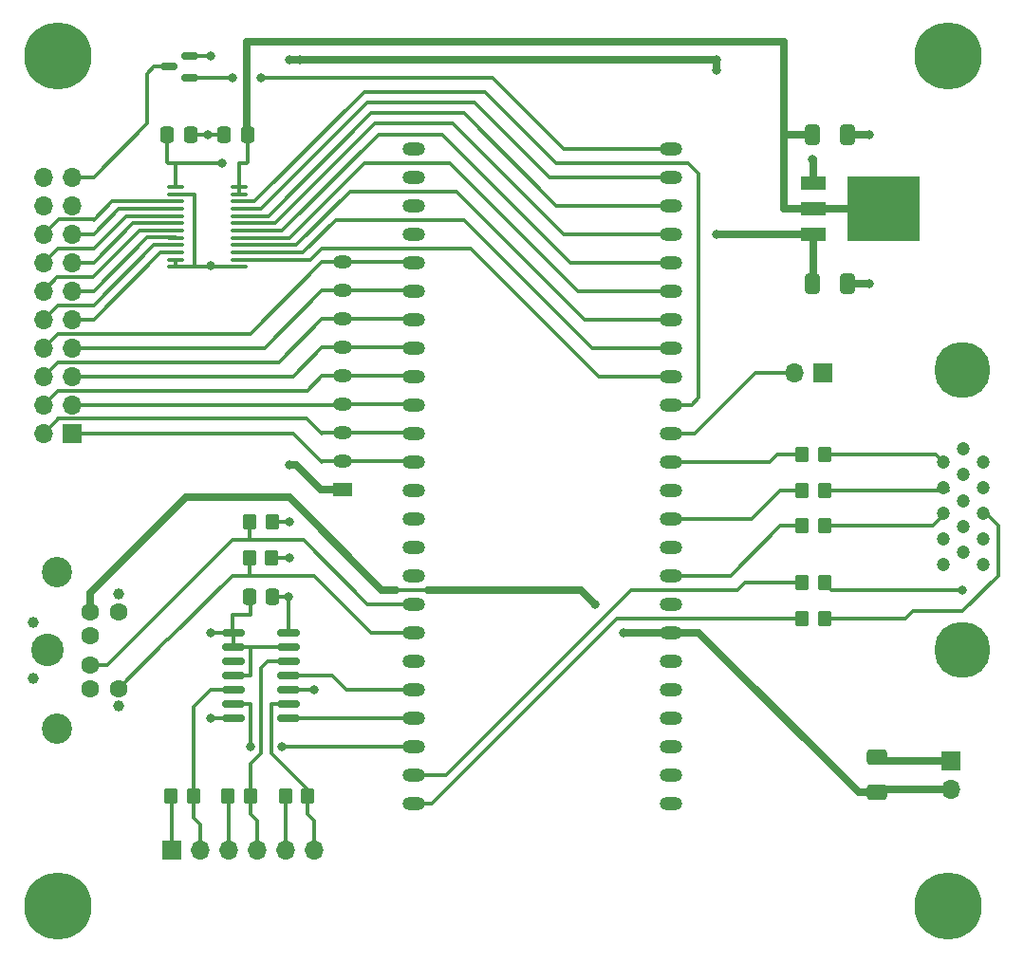
<source format=gbr>
%TF.GenerationSoftware,KiCad,Pcbnew,(6.0.0)*%
%TF.CreationDate,2022-07-26T05:52:08-04:00*%
%TF.ProjectId,TRS-80-M3-KEY,5452532d-3830-42d4-9d33-2d4b45592e6b,rev?*%
%TF.SameCoordinates,Original*%
%TF.FileFunction,Copper,L1,Top*%
%TF.FilePolarity,Positive*%
%FSLAX46Y46*%
G04 Gerber Fmt 4.6, Leading zero omitted, Abs format (unit mm)*
G04 Created by KiCad (PCBNEW (6.0.0)) date 2022-07-26 05:52:08*
%MOMM*%
%LPD*%
G01*
G04 APERTURE LIST*
G04 Aperture macros list*
%AMRoundRect*
0 Rectangle with rounded corners*
0 $1 Rounding radius*
0 $2 $3 $4 $5 $6 $7 $8 $9 X,Y pos of 4 corners*
0 Add a 4 corners polygon primitive as box body*
4,1,4,$2,$3,$4,$5,$6,$7,$8,$9,$2,$3,0*
0 Add four circle primitives for the rounded corners*
1,1,$1+$1,$2,$3*
1,1,$1+$1,$4,$5*
1,1,$1+$1,$6,$7*
1,1,$1+$1,$8,$9*
0 Add four rect primitives between the rounded corners*
20,1,$1+$1,$2,$3,$4,$5,0*
20,1,$1+$1,$4,$5,$6,$7,0*
20,1,$1+$1,$6,$7,$8,$9,0*
20,1,$1+$1,$8,$9,$2,$3,0*%
G04 Aperture macros list end*
%TA.AperFunction,SMDPad,CuDef*%
%ADD10RoundRect,0.250000X-0.337500X-0.475000X0.337500X-0.475000X0.337500X0.475000X-0.337500X0.475000X0*%
%TD*%
%TA.AperFunction,SMDPad,CuDef*%
%ADD11RoundRect,0.250000X-0.412500X-0.650000X0.412500X-0.650000X0.412500X0.650000X-0.412500X0.650000X0*%
%TD*%
%TA.AperFunction,ComponentPad*%
%ADD12C,0.800000*%
%TD*%
%TA.AperFunction,ComponentPad*%
%ADD13C,6.000000*%
%TD*%
%TA.AperFunction,SMDPad,CuDef*%
%ADD14RoundRect,0.250000X-0.350000X-0.450000X0.350000X-0.450000X0.350000X0.450000X-0.350000X0.450000X0*%
%TD*%
%TA.AperFunction,ComponentPad*%
%ADD15C,5.001260*%
%TD*%
%TA.AperFunction,ComponentPad*%
%ADD16C,1.198880*%
%TD*%
%TA.AperFunction,ComponentPad*%
%ADD17R,1.700000X1.700000*%
%TD*%
%TA.AperFunction,ComponentPad*%
%ADD18O,1.700000X1.700000*%
%TD*%
%TA.AperFunction,SMDPad,CuDef*%
%ADD19RoundRect,0.150000X-0.825000X-0.150000X0.825000X-0.150000X0.825000X0.150000X-0.825000X0.150000X0*%
%TD*%
%TA.AperFunction,SMDPad,CuDef*%
%ADD20R,2.200000X1.200000*%
%TD*%
%TA.AperFunction,SMDPad,CuDef*%
%ADD21R,6.400000X5.800000*%
%TD*%
%TA.AperFunction,ComponentPad*%
%ADD22C,2.700000*%
%TD*%
%TA.AperFunction,ComponentPad*%
%ADD23C,2.899999*%
%TD*%
%TA.AperFunction,ComponentPad*%
%ADD24C,1.600000*%
%TD*%
%TA.AperFunction,ComponentPad*%
%ADD25C,1.000000*%
%TD*%
%TA.AperFunction,SMDPad,CuDef*%
%ADD26RoundRect,0.250000X0.650000X-0.412500X0.650000X0.412500X-0.650000X0.412500X-0.650000X-0.412500X0*%
%TD*%
%TA.AperFunction,ComponentPad*%
%ADD27R,1.700000X1.200000*%
%TD*%
%TA.AperFunction,ComponentPad*%
%ADD28O,1.700000X1.200000*%
%TD*%
%TA.AperFunction,SMDPad,CuDef*%
%ADD29RoundRect,0.250000X0.350000X0.450000X-0.350000X0.450000X-0.350000X-0.450000X0.350000X-0.450000X0*%
%TD*%
%TA.AperFunction,SMDPad,CuDef*%
%ADD30RoundRect,0.150000X0.587500X0.150000X-0.587500X0.150000X-0.587500X-0.150000X0.587500X-0.150000X0*%
%TD*%
%TA.AperFunction,SMDPad,CuDef*%
%ADD31RoundRect,0.100000X-0.637500X-0.100000X0.637500X-0.100000X0.637500X0.100000X-0.637500X0.100000X0*%
%TD*%
%TA.AperFunction,ComponentPad*%
%ADD32O,2.000000X1.200000*%
%TD*%
%TA.AperFunction,ViaPad*%
%ADD33C,0.800000*%
%TD*%
%TA.AperFunction,Conductor*%
%ADD34C,0.635000*%
%TD*%
%TA.AperFunction,Conductor*%
%ADD35C,0.304800*%
%TD*%
%TA.AperFunction,Conductor*%
%ADD36C,0.250000*%
%TD*%
G04 APERTURE END LIST*
D10*
%TO.P,C2,1*%
%TO.N,GND*%
X110087500Y-55880000D03*
%TO.P,C2,2*%
%TO.N,+1V8*%
X112162500Y-55880000D03*
%TD*%
D11*
%TO.P,C7,1*%
%TO.N,+1V8*%
X162585000Y-55880000D03*
%TO.P,C7,2*%
%TO.N,GND*%
X165710000Y-55880000D03*
%TD*%
D12*
%TO.P,H3,1*%
%TO.N,N/C*%
X172375000Y-124777500D03*
X174625000Y-122527500D03*
D13*
X174625000Y-124777500D03*
D12*
X173034010Y-123186510D03*
X173034010Y-126368490D03*
X176215990Y-123186510D03*
X176215990Y-126368490D03*
X176875000Y-124777500D03*
X174625000Y-127027500D03*
%TD*%
D14*
%TO.P,R5,1*%
%TO.N,VGA_HSYNC*%
X161607500Y-99060000D03*
%TO.P,R5,2*%
%TO.N,Net-(J4-Pad13)*%
X163607500Y-99060000D03*
%TD*%
D15*
%TO.P,J4,0,Case*%
%TO.N,GND*%
X175963580Y-101917500D03*
X175963580Y-76928980D03*
D16*
%TO.P,J4,1*%
%TO.N,Net-(J4-Pad1)*%
X174244600Y-85112860D03*
%TO.P,J4,2*%
%TO.N,Net-(J4-Pad2)*%
X174244600Y-87403940D03*
%TO.P,J4,3*%
%TO.N,Net-(J4-Pad3)*%
X174244600Y-89689940D03*
%TO.P,J4,4*%
%TO.N,unconnected-(J4-Pad4)*%
X174244600Y-91983560D03*
%TO.P,J4,5*%
%TO.N,GND*%
X174244600Y-94272100D03*
%TO.P,J4,6*%
X176009300Y-83967320D03*
%TO.P,J4,7*%
X176009300Y-86260940D03*
%TO.P,J4,8*%
X176009300Y-88559640D03*
%TO.P,J4,9*%
%TO.N,unconnected-(J4-Pad9)*%
X176009300Y-90858340D03*
%TO.P,J4,10*%
%TO.N,GND*%
X176009300Y-93131640D03*
%TO.P,J4,11*%
%TO.N,unconnected-(J4-Pad11)*%
X177800600Y-85112860D03*
%TO.P,J4,12*%
%TO.N,unconnected-(J4-Pad12)*%
X177800600Y-87403940D03*
%TO.P,J4,13*%
%TO.N,Net-(J4-Pad13)*%
X177800600Y-89692480D03*
%TO.P,J4,14*%
%TO.N,Net-(J4-Pad14)*%
X177800600Y-91983560D03*
%TO.P,J4,15*%
%TO.N,unconnected-(J4-Pad15)*%
X177800600Y-94274640D03*
%TD*%
D17*
%TO.P,J6,1,Pin_1*%
%TO.N,GND*%
X174942500Y-111755000D03*
D18*
%TO.P,J6,2,Pin_2*%
%TO.N,+5V*%
X174942500Y-114295000D03*
%TD*%
D19*
%TO.P,U3,1*%
%TO.N,GND*%
X110872500Y-100330000D03*
%TO.P,U3,2*%
X110872500Y-101600000D03*
%TO.P,U3,3*%
%TO.N,unconnected-(U3-Pad3)*%
X110872500Y-102870000D03*
%TO.P,U3,4*%
%TO.N,GND*%
X110872500Y-104140000D03*
%TO.P,U3,5*%
%TO.N,VIDEO*%
X110872500Y-105410000D03*
%TO.P,U3,6*%
%TO.N,VIDEOX*%
X110872500Y-106680000D03*
%TO.P,U3,7,GND*%
%TO.N,GND*%
X110872500Y-107950000D03*
%TO.P,U3,8*%
%TO.N,HSYNCX*%
X115822500Y-107950000D03*
%TO.P,U3,9*%
%TO.N,HSYNC*%
X115822500Y-106680000D03*
%TO.P,U3,10*%
%TO.N,GND*%
X115822500Y-105410000D03*
%TO.P,U3,11*%
%TO.N,VSYNCX*%
X115822500Y-104140000D03*
%TO.P,U3,12*%
%TO.N,VSYNC*%
X115822500Y-102870000D03*
%TO.P,U3,13*%
%TO.N,GND*%
X115822500Y-101600000D03*
%TO.P,U3,14,VCC*%
%TO.N,+3V3*%
X115822500Y-100330000D03*
%TD*%
D20*
%TO.P,U5,1,GND*%
%TO.N,GND*%
X162610000Y-60267500D03*
%TO.P,U5,2,VO*%
%TO.N,+1V8*%
X162610000Y-62547500D03*
D21*
X168910000Y-62547500D03*
D20*
%TO.P,U5,3,VI*%
%TO.N,+3V3*%
X162610000Y-64827500D03*
%TD*%
D17*
%TO.P,J1,1,Pin_1*%
%TO.N,A0*%
X96525000Y-82545000D03*
D18*
%TO.P,J1,2,Pin_2*%
%TO.N,A1*%
X93985000Y-82545000D03*
%TO.P,J1,3,Pin_3*%
%TO.N,A2*%
X96525000Y-80005000D03*
%TO.P,J1,4,Pin_4*%
%TO.N,A3*%
X93985000Y-80005000D03*
%TO.P,J1,5,Pin_5*%
%TO.N,A4*%
X96525000Y-77465000D03*
%TO.P,J1,6,Pin_6*%
%TO.N,A5*%
X93985000Y-77465000D03*
%TO.P,J1,7,Pin_7*%
%TO.N,A6*%
X96525000Y-74925000D03*
%TO.P,J1,8,Pin_8*%
%TO.N,A7*%
X93985000Y-74925000D03*
%TO.P,J1,9,Pin_9*%
%TO.N,D0*%
X96525000Y-72385000D03*
%TO.P,J1,10,Pin_10*%
%TO.N,D1*%
X93985000Y-72385000D03*
%TO.P,J1,11,Pin_11*%
%TO.N,D2*%
X96525000Y-69845000D03*
%TO.P,J1,12,Pin_12*%
%TO.N,D3*%
X93985000Y-69845000D03*
%TO.P,J1,13,Pin_13*%
%TO.N,D4*%
X96525000Y-67305000D03*
%TO.P,J1,14,Pin_14*%
%TO.N,D5*%
X93985000Y-67305000D03*
%TO.P,J1,15,Pin_15*%
%TO.N,D6*%
X96525000Y-64765000D03*
%TO.P,J1,16,Pin_16*%
%TO.N,D7*%
X93985000Y-64765000D03*
%TO.P,J1,17,Pin_17*%
%TO.N,unconnected-(J1-Pad17)*%
X96525000Y-62225000D03*
%TO.P,J1,18,Pin_18*%
%TO.N,unconnected-(J1-Pad18)*%
X93985000Y-62225000D03*
%TO.P,J1,19,Pin_19*%
%TO.N,RST_N*%
X96525000Y-59685000D03*
%TO.P,J1,20,Pin_20*%
%TO.N,GND*%
X93985000Y-59685000D03*
%TD*%
D10*
%TO.P,C1,1*%
%TO.N,+3V3*%
X105007500Y-55880000D03*
%TO.P,C1,2*%
%TO.N,GND*%
X107082500Y-55880000D03*
%TD*%
D14*
%TO.P,R7,1*%
%TO.N,PS2_DTA*%
X112347500Y-90487500D03*
%TO.P,R7,2*%
%TO.N,+3V3*%
X114347500Y-90487500D03*
%TD*%
%TO.P,R3,1*%
%TO.N,VGA_BLUE*%
X161607500Y-90805000D03*
%TO.P,R3,2*%
%TO.N,Net-(J4-Pad3)*%
X163607500Y-90805000D03*
%TD*%
D22*
%TO.P,J3,0*%
%TO.N,GND*%
X95135000Y-94917500D03*
D23*
X94335000Y-101917500D03*
D22*
X95135000Y-108917500D03*
D24*
%TO.P,J3,1*%
%TO.N,PS2_DTA*%
X98135000Y-103217500D03*
%TO.P,J3,2*%
%TO.N,unconnected-(J3-Pad2)*%
X98135000Y-100617500D03*
%TO.P,J3,3*%
%TO.N,GND*%
X98135000Y-105317500D03*
%TO.P,J3,4*%
%TO.N,+5V*%
X98135000Y-98517500D03*
%TO.P,J3,5*%
%TO.N,PS2_CLK*%
X100635000Y-105317500D03*
%TO.P,J3,6*%
%TO.N,unconnected-(J3-Pad6)*%
X100635000Y-98517500D03*
D25*
%TO.P,J3,M1*%
%TO.N,N/C*%
X93035000Y-104417500D03*
%TO.P,J3,M2*%
X93035000Y-99417500D03*
%TO.P,J3,M3*%
X100635000Y-106917500D03*
%TO.P,J3,M4*%
X100635000Y-96917500D03*
%TD*%
D26*
%TO.P,C8,1*%
%TO.N,+5V*%
X168275000Y-114592500D03*
%TO.P,C8,2*%
%TO.N,GND*%
X168275000Y-111467500D03*
%TD*%
D27*
%TO.P,RP1,1,Pin_1*%
%TO.N,+3V3*%
X120624600Y-87604600D03*
D28*
%TO.P,RP1,2,Pin_2*%
%TO.N,A0*%
X120624600Y-85064600D03*
%TO.P,RP1,3,Pin_3*%
%TO.N,A1*%
X120624600Y-82524600D03*
%TO.P,RP1,4,Pin_4*%
%TO.N,A2*%
X120624600Y-79984600D03*
%TO.P,RP1,5,Pin_5*%
%TO.N,A3*%
X120624600Y-77444600D03*
%TO.P,RP1,6,Pin_6*%
%TO.N,A4*%
X120624600Y-74904600D03*
%TO.P,RP1,7,Pin_7*%
%TO.N,A5*%
X120624600Y-72364600D03*
%TO.P,RP1,8,Pin_8*%
%TO.N,A6*%
X120624600Y-69824600D03*
%TO.P,RP1,9,Pin_9*%
%TO.N,A7*%
X120624600Y-67284600D03*
%TD*%
D12*
%TO.P,H1,1*%
%TO.N,N/C*%
X97500000Y-48895000D03*
X96840990Y-50485990D03*
X95250000Y-46645000D03*
X93659010Y-50485990D03*
X93000000Y-48895000D03*
X93659010Y-47304010D03*
X96840990Y-47304010D03*
X95250000Y-51145000D03*
D13*
X95250000Y-48895000D03*
%TD*%
D14*
%TO.P,R2,1*%
%TO.N,VGA_GREEN*%
X161607500Y-87630000D03*
%TO.P,R2,2*%
%TO.N,Net-(J4-Pad2)*%
X163607500Y-87630000D03*
%TD*%
D11*
%TO.P,C6,1*%
%TO.N,+3V3*%
X162585000Y-69215000D03*
%TO.P,C6,2*%
%TO.N,GND*%
X165710000Y-69215000D03*
%TD*%
D17*
%TO.P,J2,1,Pin_1*%
%TO.N,GND*%
X105410000Y-119767500D03*
D18*
%TO.P,J2,2,Pin_2*%
%TO.N,VIDEO*%
X107950000Y-119767500D03*
%TO.P,J2,3,Pin_3*%
%TO.N,GND*%
X110490000Y-119767500D03*
%TO.P,J2,4,Pin_4*%
%TO.N,VSYNC*%
X113030000Y-119767500D03*
%TO.P,J2,5,Pin_5*%
%TO.N,GND*%
X115570000Y-119767500D03*
%TO.P,J2,6,Pin_6*%
%TO.N,HSYNC*%
X118110000Y-119767500D03*
%TD*%
D12*
%TO.P,H2,1*%
%TO.N,N/C*%
X96840990Y-126368490D03*
D13*
X95250000Y-124777500D03*
D12*
X95250000Y-127027500D03*
X96840990Y-123186510D03*
X95250000Y-122527500D03*
X97500000Y-124777500D03*
X93000000Y-124777500D03*
X93659010Y-126368490D03*
X93659010Y-123186510D03*
%TD*%
D29*
%TO.P,R9,1*%
%TO.N,VSYNC*%
X112395000Y-114935000D03*
%TO.P,R9,2*%
%TO.N,GND*%
X110395000Y-114935000D03*
%TD*%
D14*
%TO.P,R1,1*%
%TO.N,VGA_RED*%
X161607500Y-84455000D03*
%TO.P,R1,2*%
%TO.N,Net-(J4-Pad1)*%
X163607500Y-84455000D03*
%TD*%
D12*
%TO.P,H4,1*%
%TO.N,N/C*%
X173034010Y-50485990D03*
X176215990Y-47304010D03*
X173034010Y-47304010D03*
X174625000Y-46645000D03*
D13*
X174625000Y-48895000D03*
D12*
X172375000Y-48895000D03*
X174625000Y-51145000D03*
X176875000Y-48895000D03*
X176215990Y-50485990D03*
%TD*%
D14*
%TO.P,R4,1*%
%TO.N,VGA_VSYNC*%
X161607500Y-95885000D03*
%TO.P,R4,2*%
%TO.N,Net-(J4-Pad14)*%
X163607500Y-95885000D03*
%TD*%
D30*
%TO.P,Q1,1,G*%
%TO.N,RST*%
X106982500Y-50797500D03*
%TO.P,Q1,2,S*%
%TO.N,GND*%
X106982500Y-48897500D03*
%TO.P,Q1,3,D*%
%TO.N,RST_N*%
X105107500Y-49847500D03*
%TD*%
D10*
%TO.P,C3,1*%
%TO.N,GND*%
X112310000Y-97155000D03*
%TO.P,C3,2*%
%TO.N,+3V3*%
X114385000Y-97155000D03*
%TD*%
D17*
%TO.P,J5,1,Pin_1*%
%TO.N,GND*%
X163517500Y-77152500D03*
D18*
%TO.P,J5,2,Pin_2*%
%TO.N,Net-(J5-Pad2)*%
X160977500Y-77152500D03*
%TD*%
D14*
%TO.P,R6,1*%
%TO.N,PS2_CLK*%
X112300000Y-93662500D03*
%TO.P,R6,2*%
%TO.N,+3V3*%
X114300000Y-93662500D03*
%TD*%
D31*
%TO.P,U2,1,VCCA*%
%TO.N,+3V3*%
X105722500Y-60560000D03*
%TO.P,U2,2,DIR*%
%TO.N,GND*%
X105722500Y-61210000D03*
%TO.P,U2,3,A1*%
%TO.N,D7*%
X105722500Y-61860000D03*
%TO.P,U2,4,A2*%
%TO.N,D6*%
X105722500Y-62510000D03*
%TO.P,U2,5,A3*%
%TO.N,D5*%
X105722500Y-63160000D03*
%TO.P,U2,6,A4*%
%TO.N,D4*%
X105722500Y-63810000D03*
%TO.P,U2,7,A5*%
%TO.N,D3*%
X105722500Y-64460000D03*
%TO.P,U2,8,A6*%
%TO.N,D2*%
X105722500Y-65110000D03*
%TO.P,U2,9,A7*%
%TO.N,D1*%
X105722500Y-65760000D03*
%TO.P,U2,10,A8*%
%TO.N,D0*%
X105722500Y-66410000D03*
%TO.P,U2,11,GND*%
%TO.N,GND*%
X105722500Y-67060000D03*
%TO.P,U2,12,GND*%
X105722500Y-67710000D03*
%TO.P,U2,13,GND*%
X111447500Y-67710000D03*
%TO.P,U2,14,B8*%
%TO.N,DD0*%
X111447500Y-67060000D03*
%TO.P,U2,15,B7*%
%TO.N,DD1*%
X111447500Y-66410000D03*
%TO.P,U2,16,B6*%
%TO.N,DD2*%
X111447500Y-65760000D03*
%TO.P,U2,17,B5*%
%TO.N,DD3*%
X111447500Y-65110000D03*
%TO.P,U2,18,B4*%
%TO.N,DD4*%
X111447500Y-64460000D03*
%TO.P,U2,19,B3*%
%TO.N,DD5*%
X111447500Y-63810000D03*
%TO.P,U2,20,B2*%
%TO.N,DD6*%
X111447500Y-63160000D03*
%TO.P,U2,21,B1*%
%TO.N,DD7*%
X111447500Y-62510000D03*
%TO.P,U2,22,OEn*%
%TO.N,DEN_N*%
X111447500Y-61860000D03*
%TO.P,U2,23,VCCB*%
%TO.N,+1V8*%
X111447500Y-61210000D03*
%TO.P,U2,24,VCCB*%
X111447500Y-60560000D03*
%TD*%
D29*
%TO.P,R8,1*%
%TO.N,HSYNC*%
X117522500Y-114935000D03*
%TO.P,R8,2*%
%TO.N,GND*%
X115522500Y-114935000D03*
%TD*%
%TO.P,R10,1*%
%TO.N,VIDEO*%
X107315000Y-114935000D03*
%TO.P,R10,2*%
%TO.N,GND*%
X105315000Y-114935000D03*
%TD*%
D32*
%TO.P,U1,1,Pad_38*%
%TO.N,unconnected-(U1-Pad1)*%
X127000000Y-57150000D03*
%TO.P,U1,2,Pad_37*%
%TO.N,unconnected-(U1-Pad2)*%
X127000000Y-59690000D03*
%TO.P,U1,3,Pad_36*%
%TO.N,unconnected-(U1-Pad3)*%
X127000000Y-62230000D03*
%TO.P,U1,4,Pad_39*%
%TO.N,unconnected-(U1-Pad4)*%
X127000000Y-64770000D03*
%TO.P,U1,5,Pad_25*%
%TO.N,A7*%
X127000000Y-67310000D03*
%TO.P,U1,6,Pad_26*%
%TO.N,A6*%
X127000000Y-69850000D03*
%TO.P,U1,7,Pad_27*%
%TO.N,A5*%
X127000000Y-72390000D03*
%TO.P,U1,8,Pad_28*%
%TO.N,A4*%
X127000000Y-74930000D03*
%TO.P,U1,9,Pad_29*%
%TO.N,A3*%
X127000000Y-77470000D03*
%TO.P,U1,10,Pad_30*%
%TO.N,A2*%
X127000000Y-80010000D03*
%TO.P,U1,11,Pad_33*%
%TO.N,A1*%
X127000000Y-82550000D03*
%TO.P,U1,12,Pad_34*%
%TO.N,A0*%
X127000000Y-85090000D03*
%TO.P,U1,13,Pad_40*%
%TO.N,unconnected-(U1-Pad13)*%
X127000000Y-87630000D03*
%TO.P,U1,14,Pad_35*%
%TO.N,unconnected-(U1-Pad14)*%
X127000000Y-90170000D03*
%TO.P,U1,15,Pad_41*%
%TO.N,unconnected-(U1-Pad15)*%
X127000000Y-92710000D03*
%TO.P,U1,16,Pad_42*%
%TO.N,unconnected-(U1-Pad16)*%
X127000000Y-95250000D03*
%TO.P,U1,17,Pad_51*%
%TO.N,PS2_DTA*%
X127000000Y-97790000D03*
%TO.P,U1,18,Pad_53*%
%TO.N,PS2_CLK*%
X127000000Y-100330000D03*
%TO.P,U1,19,Pad_54*%
%TO.N,RST_NX*%
X127000000Y-102870000D03*
%TO.P,U1,20,Pad_55*%
%TO.N,VSYNCX*%
X127000000Y-105410000D03*
%TO.P,U1,21,Pad_56*%
%TO.N,HSYNCX*%
X127000000Y-107950000D03*
%TO.P,U1,22,Pad_57*%
%TO.N,VIDEOX*%
X127000000Y-110490000D03*
%TO.P,U1,23,Pad_68*%
%TO.N,VGA_VSYNC*%
X127000000Y-113030000D03*
%TO.P,U1,24,Pad_69*%
%TO.N,VGA_HSYNC*%
X127000000Y-115570000D03*
%TO.P,U1,25,3V3*%
%TO.N,+3V3*%
X149900000Y-115570000D03*
%TO.P,U1,26,GND*%
%TO.N,GND*%
X149900000Y-113030000D03*
%TO.P,U1,27,Pad_32*%
%TO.N,unconnected-(U1-Pad27)*%
X149900000Y-110490000D03*
%TO.P,U1,28,Pad_31*%
%TO.N,HSYNC_O*%
X149900000Y-107950000D03*
%TO.P,U1,29,Pad_49*%
%TO.N,VSYNC_O*%
X149900000Y-105410000D03*
%TO.P,U1,30,Pad_48*%
%TO.N,VIDEO_O*%
X149900000Y-102870000D03*
%TO.P,U1,31,5V*%
%TO.N,+5V*%
X149900000Y-100330000D03*
%TO.P,U1,32,Pad_70*%
%TO.N,unconnected-(U1-Pad32)*%
X149900000Y-97790000D03*
%TO.P,U1,33,Pad_71*%
%TO.N,VGA_BLUE*%
X149900000Y-95250000D03*
%TO.P,U1,34,Pad_72*%
%TO.N,unconnected-(U1-Pad34)*%
X149900000Y-92710000D03*
%TO.P,U1,35,Pad_73*%
%TO.N,VGA_GREEN*%
X149900000Y-90170000D03*
%TO.P,U1,36,Pad_74*%
%TO.N,unconnected-(U1-Pad36)*%
X149900000Y-87630000D03*
%TO.P,U1,37,Pad_75*%
%TO.N,VGA_RED*%
X149900000Y-85090000D03*
%TO.P,U1,38,Pad_76*%
%TO.N,Net-(J5-Pad2)*%
X149900000Y-82550000D03*
%TO.P,U1,39,Pad_77*%
%TO.N,DEN_N*%
X149900000Y-80010000D03*
%TO.P,U1,40,Pad_79*%
%TO.N,DD0*%
X149900000Y-77470000D03*
%TO.P,U1,41,Pad_80*%
%TO.N,DD1*%
X149900000Y-74930000D03*
%TO.P,U1,42,Pad_81*%
%TO.N,DD2*%
X149900000Y-72390000D03*
%TO.P,U1,43,Pad_82*%
%TO.N,DD3*%
X149900000Y-69850000D03*
%TO.P,U1,44,Pad_83*%
%TO.N,DD4*%
X149900000Y-67310000D03*
%TO.P,U1,45,Pad_84*%
%TO.N,DD5*%
X149900000Y-64770000D03*
%TO.P,U1,46,Pad_85*%
%TO.N,DD6*%
X149900000Y-62230000D03*
%TO.P,U1,47,Pad_86*%
%TO.N,DD7*%
X149900000Y-59690000D03*
%TO.P,U1,48,Pad_63*%
%TO.N,RST*%
X149900000Y-57150000D03*
%TD*%
D33*
%TO.N,+5V*%
X143192500Y-97790000D03*
X145732500Y-100330000D03*
%TO.N,GND*%
X108902500Y-67627500D03*
X162560000Y-58102500D03*
X167640000Y-55880000D03*
X108902500Y-107950000D03*
X108585000Y-55880000D03*
X108902500Y-48895000D03*
X167640000Y-69215000D03*
X118110000Y-105410000D03*
X108902500Y-100330000D03*
%TO.N,+3V3*%
X115887500Y-90487500D03*
X115887500Y-85407500D03*
X116840000Y-49212500D03*
X109855000Y-58420000D03*
X115887500Y-49212500D03*
X115887500Y-93662500D03*
X153987500Y-50165000D03*
X153987500Y-49212500D03*
X153987500Y-64770000D03*
X115822500Y-97155000D03*
%TO.N,Net-(J4-Pad14)*%
X175942500Y-96520000D03*
%TO.N,RST*%
X110807500Y-50800000D03*
X113347500Y-50800000D03*
%TO.N,VIDEOX*%
X115252500Y-110490000D03*
X112395000Y-110490000D03*
%TD*%
D34*
%TO.N,+5V*%
X106680000Y-88265000D02*
X115887500Y-88265000D01*
D35*
X98135000Y-96865000D02*
X98107500Y-96837500D01*
D34*
X98135008Y-98517507D02*
X98135008Y-96865008D01*
X98107500Y-96837500D02*
X106680000Y-88265000D01*
D35*
%TO.N,PS2_DTA*%
X99665000Y-103217500D02*
X110807500Y-92075000D01*
X98135000Y-103217500D02*
X99665000Y-103217500D01*
X110807500Y-92075000D02*
X112395000Y-92075000D01*
%TO.N,PS2_CLK*%
X105092500Y-100965000D02*
X110807500Y-95250000D01*
X100635000Y-105317500D02*
X104987500Y-100965000D01*
X104987500Y-100965000D02*
X105092500Y-100965000D01*
D34*
%TO.N,+5V*%
X141922500Y-96520000D02*
X128270000Y-96520000D01*
X143192500Y-97790000D02*
X141922500Y-96520000D01*
X152400000Y-100330000D02*
X166662500Y-114592500D01*
X145732500Y-100330000D02*
X152400000Y-100330000D01*
X174942502Y-114294996D02*
X168572504Y-114294996D01*
X124142500Y-96520000D02*
X125412500Y-96520000D01*
D35*
X128270000Y-96520000D02*
X125412500Y-96520000D01*
D34*
X115887500Y-88265000D02*
X124142500Y-96520000D01*
X166662500Y-114592500D02*
X168275000Y-114592500D01*
%TO.N,GND*%
X162610013Y-60267494D02*
X162610013Y-58152513D01*
D35*
X105722496Y-67709999D02*
X105722496Y-67059988D01*
X105410000Y-115030000D02*
X105410000Y-119767500D01*
D34*
X165710006Y-69215000D02*
X167640000Y-69215000D01*
D35*
X106982500Y-48897500D02*
X108900000Y-48897500D01*
X115570000Y-114982500D02*
X115570000Y-119767500D01*
X107397499Y-67709999D02*
X105722496Y-67709999D01*
X108900000Y-48897500D02*
X108902500Y-48895000D01*
X110872500Y-101600000D02*
X112395000Y-101600000D01*
X111447504Y-67709999D02*
X107397499Y-67709999D01*
X105722496Y-61210012D02*
X107397499Y-61210012D01*
X110872500Y-104140000D02*
X112395000Y-104140000D01*
X110490000Y-115030000D02*
X110490000Y-119767500D01*
D34*
X174942502Y-111754996D02*
X168562496Y-111754996D01*
D35*
X112395000Y-98742500D02*
X112395000Y-97240000D01*
X108902500Y-100330000D02*
X110872500Y-100330000D01*
X107397499Y-61210012D02*
X107397499Y-67709999D01*
X110872500Y-100330000D02*
X110872500Y-101600000D01*
X115822500Y-105410000D02*
X118110000Y-105410000D01*
X162610000Y-58152500D02*
X162560000Y-58102500D01*
X110807500Y-98742500D02*
X112395000Y-98742500D01*
X112395000Y-104140000D02*
X112395000Y-101600000D01*
X110807500Y-100265000D02*
X110807500Y-98742500D01*
X108902500Y-107950000D02*
X110872500Y-107950000D01*
X112395000Y-101600000D02*
X115822500Y-101600000D01*
D34*
X165710006Y-55880000D02*
X167640000Y-55880000D01*
D35*
X107082488Y-55880000D02*
X110087512Y-55880000D01*
D34*
%TO.N,+3V3*%
X153987500Y-49212500D02*
X153987500Y-50165000D01*
X153987500Y-49212500D02*
X115887500Y-49212500D01*
X120624600Y-87604600D02*
X118719600Y-87604600D01*
X162610013Y-64827506D02*
X154045006Y-64827506D01*
D35*
X105727500Y-58420000D02*
X109855000Y-58420000D01*
X105722496Y-60560001D02*
X105722496Y-58425004D01*
X115822500Y-100330000D02*
X115822500Y-97155000D01*
D34*
X116522500Y-85407500D02*
X115887500Y-85407500D01*
X162610013Y-69190006D02*
X162610013Y-64827506D01*
D35*
X105007512Y-58335012D02*
X105007512Y-55880000D01*
D36*
X105092500Y-58420000D02*
X105007500Y-58335000D01*
D35*
X114300000Y-93662500D02*
X115887500Y-93662500D01*
X154045000Y-64827500D02*
X153987500Y-64770000D01*
X114385000Y-97155000D02*
X115822500Y-97155000D01*
X105727500Y-58420000D02*
X105092500Y-58420000D01*
D34*
X118719600Y-87604600D02*
X116522500Y-85407500D01*
D36*
X105722500Y-58425000D02*
X105727500Y-58420000D01*
D35*
X114347500Y-90487500D02*
X115887500Y-90487500D01*
%TO.N,D4*%
X101925000Y-63810000D02*
X105722500Y-63810000D01*
X98430000Y-67305000D02*
X101925000Y-63810000D01*
X96525000Y-67305000D02*
X98430000Y-67305000D01*
%TO.N,D7*%
X93985000Y-64765000D02*
X95323089Y-63426911D01*
X100065000Y-61860000D02*
X105722500Y-61860000D01*
X98425000Y-63500000D02*
X100065000Y-61860000D01*
X95323089Y-63426911D02*
X98351911Y-63426911D01*
X98351911Y-63426911D02*
X98425000Y-63500000D01*
%TO.N,D1*%
X93985000Y-72385000D02*
X95250000Y-71120000D01*
X98425000Y-71120000D02*
X103785000Y-65760000D01*
X95250000Y-71120000D02*
X98425000Y-71120000D01*
X103785000Y-65760000D02*
X105722500Y-65760000D01*
%TO.N,D6*%
X98420000Y-64765000D02*
X98425000Y-64770000D01*
X96525000Y-64765000D02*
X98420000Y-64765000D01*
X98425000Y-64770000D02*
X100685000Y-62510000D01*
X100685000Y-62510000D02*
X105722500Y-62510000D01*
%TO.N,A0*%
X118770400Y-85064600D02*
X120624600Y-85064600D01*
X120624600Y-85064600D02*
X126974600Y-85064600D01*
X96525000Y-82545000D02*
X116200000Y-82545000D01*
X116200000Y-82545000D02*
X118745000Y-85090000D01*
X118745000Y-85090000D02*
X118770400Y-85064600D01*
%TO.N,D3*%
X98361911Y-68643089D02*
X102552500Y-64452500D01*
X93985000Y-69845000D02*
X95186911Y-68643089D01*
X102552500Y-64452500D02*
X105715000Y-64452500D01*
X95186911Y-68643089D02*
X98361911Y-68643089D01*
%TO.N,A1*%
X120624600Y-82524600D02*
X126974600Y-82524600D01*
X95250000Y-81206911D02*
X117401911Y-81206911D01*
X93985000Y-82545000D02*
X95250000Y-81280000D01*
X117401911Y-81206911D02*
X118745000Y-82550000D01*
X118745000Y-82550000D02*
X118770400Y-82524600D01*
X118770400Y-82524600D02*
X120624600Y-82524600D01*
%TO.N,D5*%
X95250000Y-66040000D02*
X98425000Y-66040000D01*
X98425000Y-66040000D02*
X101305000Y-63160000D01*
X101305000Y-63160000D02*
X105722500Y-63160000D01*
X93985000Y-67305000D02*
X95250000Y-66040000D01*
%TO.N,D0*%
X96525000Y-72385000D02*
X98430000Y-72385000D01*
X104405000Y-66410000D02*
X105722500Y-66410000D01*
X98430000Y-72385000D02*
X104405000Y-66410000D01*
%TO.N,A4*%
X118770400Y-74904600D02*
X120624600Y-74904600D01*
X120624600Y-74904600D02*
X126974600Y-74904600D01*
X116210000Y-77465000D02*
X118770400Y-74904600D01*
X96525000Y-77465000D02*
X116210000Y-77465000D01*
%TO.N,D2*%
X103187500Y-65087500D02*
X105700000Y-65087500D01*
X96525000Y-69845000D02*
X98420000Y-69845000D01*
X98420000Y-69845000D02*
X98425000Y-69850000D01*
X98425000Y-69850000D02*
X103187500Y-65087500D01*
%TO.N,A3*%
X95250000Y-78740000D02*
X117475000Y-78740000D01*
X117475000Y-78740000D02*
X118770400Y-77444600D01*
X93985000Y-80005000D02*
X95250000Y-78740000D01*
X118770400Y-77444600D02*
X120624600Y-77444600D01*
X120624600Y-77444600D02*
X126974600Y-77444600D01*
%TO.N,A5*%
X118770400Y-72364600D02*
X120624600Y-72364600D01*
X114935000Y-76200000D02*
X118770400Y-72364600D01*
X120624600Y-72364600D02*
X126974600Y-72364600D01*
X93985000Y-77465000D02*
X95250000Y-76200000D01*
X95250000Y-76200000D02*
X114935000Y-76200000D01*
%TO.N,A7*%
X112395000Y-73660000D02*
X118770400Y-67284600D01*
X93985000Y-74925000D02*
X95250000Y-73660000D01*
X120624600Y-67284600D02*
X126974600Y-67284600D01*
X95250000Y-73660000D02*
X112395000Y-73660000D01*
X118770400Y-67284600D02*
X120624600Y-67284600D01*
%TO.N,A2*%
X120624600Y-79984600D02*
X126974600Y-79984600D01*
X96525000Y-80005000D02*
X120604200Y-80005000D01*
%TO.N,+1V8*%
X111442500Y-58420000D02*
X112077500Y-58420000D01*
X111447500Y-58425000D02*
X111442500Y-58420000D01*
X111447500Y-61210000D02*
X111447500Y-60560000D01*
X112162500Y-58335000D02*
X112162500Y-55880000D01*
X112077500Y-58420000D02*
X112162500Y-58335000D01*
X111447500Y-60560000D02*
X111447500Y-58425000D01*
D34*
X160020000Y-62547500D02*
X160020000Y-55880000D01*
X160020000Y-55880000D02*
X160020000Y-47625000D01*
X112077500Y-47625000D02*
X112077500Y-55795012D01*
X162610013Y-62547500D02*
X160020000Y-62547500D01*
X162584994Y-55880000D02*
X160020000Y-55880000D01*
X168910000Y-62547500D02*
X162610013Y-62547500D01*
X160020000Y-47625000D02*
X112077500Y-47625000D01*
D35*
%TO.N,Net-(J5-Pad2)*%
X149900000Y-82550000D02*
X152082500Y-82550000D01*
X157480000Y-77152500D02*
X160977500Y-77152500D01*
X152082500Y-82550000D02*
X157480000Y-77152500D01*
%TO.N,DD3*%
X141605000Y-69850000D02*
X149900000Y-69850000D01*
X115865000Y-65110000D02*
X122555000Y-58420000D01*
X130175000Y-58420000D02*
X141605000Y-69850000D01*
X111447500Y-65110000D02*
X115865000Y-65110000D01*
X122555000Y-58420000D02*
X130175000Y-58420000D01*
%TO.N,DD4*%
X123825000Y-55880000D02*
X129540000Y-55880000D01*
X111447500Y-64460000D02*
X115245000Y-64460000D01*
X115245000Y-64460000D02*
X123825000Y-55880000D01*
X140970000Y-67310000D02*
X149900000Y-67310000D01*
X129540000Y-55880000D02*
X140970000Y-67310000D01*
%TO.N,DD5*%
X123507500Y-54927500D02*
X130492500Y-54927500D01*
X114625000Y-63810000D02*
X123507500Y-54927500D01*
X140335000Y-64770000D02*
X149900000Y-64770000D01*
X111447500Y-63810000D02*
X114625000Y-63810000D01*
X130492500Y-54927500D02*
X140335000Y-64770000D01*
%TO.N,DD6*%
X123190000Y-53975000D02*
X131445000Y-53975000D01*
X111447500Y-63160000D02*
X114005000Y-63160000D01*
X131445000Y-53975000D02*
X139700000Y-62230000D01*
X114005000Y-63160000D02*
X123190000Y-53975000D01*
X139700000Y-62230000D02*
X149900000Y-62230000D01*
%TO.N,DD7*%
X122872500Y-53022500D02*
X132397500Y-53022500D01*
X132397500Y-53022500D02*
X139065000Y-59690000D01*
X139065000Y-59690000D02*
X149900000Y-59690000D01*
X111447500Y-62510000D02*
X113385000Y-62510000D01*
X113385000Y-62510000D02*
X122872500Y-53022500D01*
%TO.N,DD2*%
X111447500Y-65760000D02*
X116485000Y-65760000D01*
X116485000Y-65760000D02*
X121285000Y-60960000D01*
X142240000Y-72390000D02*
X149900000Y-72390000D01*
X130810000Y-60960000D02*
X142240000Y-72390000D01*
X121285000Y-60960000D02*
X130810000Y-60960000D01*
%TO.N,DD0*%
X117725000Y-67060000D02*
X118745000Y-66040000D01*
X111447500Y-67060000D02*
X117725000Y-67060000D01*
X118745000Y-66040000D02*
X132080000Y-66040000D01*
X132080000Y-66040000D02*
X143510000Y-77470000D01*
X143510000Y-77470000D02*
X149900000Y-77470000D01*
%TO.N,DD1*%
X131445000Y-63500000D02*
X142875000Y-74930000D01*
X111447500Y-66410000D02*
X117105000Y-66410000D01*
X120015000Y-63500000D02*
X131445000Y-63500000D01*
X142875000Y-74930000D02*
X149900000Y-74930000D01*
X117105000Y-66410000D02*
X120015000Y-63500000D01*
%TO.N,Net-(J4-Pad3)*%
X163607500Y-90805000D02*
X173288800Y-90805000D01*
X173288800Y-90805000D02*
X174292100Y-89801700D01*
%TO.N,Net-(J4-Pad2)*%
X163607500Y-87630000D02*
X174672500Y-87630000D01*
%TO.N,Net-(J4-Pad1)*%
X163607500Y-84455000D02*
X173522480Y-84455000D01*
X173522480Y-84455000D02*
X174292100Y-85224620D01*
%TO.N,Net-(J4-Pad13)*%
X171497500Y-98425000D02*
X175942500Y-98425000D01*
X179117500Y-90805000D02*
X178116740Y-89804240D01*
X179117500Y-95250000D02*
X179117500Y-90805000D01*
X170862500Y-99060000D02*
X171497500Y-98425000D01*
X175942500Y-98425000D02*
X179117500Y-95250000D01*
X163607500Y-99060000D02*
X170862500Y-99060000D01*
%TO.N,Net-(J4-Pad14)*%
X164242500Y-96520000D02*
X175942500Y-96520000D01*
X163607500Y-95885000D02*
X164242500Y-96520000D01*
%TO.N,VGA_RED*%
X159385000Y-84455000D02*
X161607500Y-84455000D01*
X149900000Y-85090000D02*
X158750000Y-85090000D01*
X158750000Y-85090000D02*
X159385000Y-84455000D01*
%TO.N,VGA_GREEN*%
X149900000Y-90170000D02*
X157162500Y-90170000D01*
X157162500Y-90170000D02*
X159702500Y-87630000D01*
X159702500Y-87630000D02*
X161607500Y-87630000D01*
%TO.N,VGA_BLUE*%
X149900000Y-95250000D02*
X155257500Y-95250000D01*
X159702500Y-90805000D02*
X161607500Y-90805000D01*
X155257500Y-95250000D02*
X159702500Y-90805000D01*
%TO.N,VGA_HSYNC*%
X128587500Y-115570000D02*
X145097500Y-99060000D01*
X145097500Y-99060000D02*
X161607500Y-99060000D01*
X127000000Y-115570000D02*
X128587500Y-115570000D01*
%TO.N,VGA_VSYNC*%
X156527500Y-95885000D02*
X161607500Y-95885000D01*
X129857500Y-113030000D02*
X146367500Y-96520000D01*
X127000000Y-113030000D02*
X129857500Y-113030000D01*
X155892500Y-96520000D02*
X156527500Y-95885000D01*
X146367500Y-96520000D02*
X155892500Y-96520000D01*
%TO.N,RST*%
X133985000Y-50800000D02*
X140335000Y-57150000D01*
X110805000Y-50797500D02*
X110807500Y-50800000D01*
X140335000Y-57150000D02*
X149900000Y-57150000D01*
X113347500Y-50800000D02*
X133985000Y-50800000D01*
X106982500Y-50797500D02*
X110805000Y-50797500D01*
%TO.N,VSYNC*%
X112395000Y-116522500D02*
X113030000Y-117157500D01*
X113030000Y-117157500D02*
X113030000Y-119767500D01*
X113347500Y-103505000D02*
X113982500Y-102870000D01*
X112395000Y-112077500D02*
X112395000Y-114935000D01*
X113347500Y-111125000D02*
X112395000Y-112077500D01*
X113982500Y-102870000D02*
X115822500Y-102870000D01*
X112395000Y-114935000D02*
X112395000Y-116522500D01*
X113347500Y-111125000D02*
X113347500Y-103505000D01*
%TO.N,VIDEO*%
X107315000Y-114935000D02*
X107315000Y-116840000D01*
X108902500Y-105410000D02*
X110872500Y-105410000D01*
X107950000Y-117475000D02*
X107950000Y-119767500D01*
X107315000Y-116840000D02*
X107950000Y-117475000D01*
X107315000Y-114935000D02*
X107315000Y-106997500D01*
X107315000Y-106997500D02*
X108902500Y-105410000D01*
%TO.N,HSYNC*%
X114300000Y-111125000D02*
X117522500Y-114347500D01*
X117522500Y-114935000D02*
X117522500Y-116475000D01*
X117475000Y-116522500D02*
X118110000Y-117157500D01*
X117522500Y-114347500D02*
X117522500Y-114935000D01*
X114300000Y-111125000D02*
X114300000Y-106680000D01*
X114300000Y-106680000D02*
X115822500Y-106680000D01*
X117522500Y-116475000D02*
X117475000Y-116522500D01*
X118110000Y-117157500D02*
X118110000Y-119767500D01*
%TO.N,HSYNCX*%
X115822500Y-107950000D02*
X127000000Y-107950000D01*
%TO.N,VIDEOX*%
X115252500Y-110490000D02*
X127000000Y-110490000D01*
X112395000Y-110490000D02*
X112395000Y-106680000D01*
X112395000Y-106680000D02*
X111287322Y-106680000D01*
%TO.N,VSYNCX*%
X120967500Y-105410000D02*
X127000000Y-105410000D01*
X119697500Y-104140000D02*
X120967500Y-105410000D01*
X115822500Y-104140000D02*
X119697500Y-104140000D01*
%TO.N,A6*%
X113670000Y-74925000D02*
X118770400Y-69824600D01*
X120624600Y-69824600D02*
X126974600Y-69824600D01*
X96525000Y-74925000D02*
X113670000Y-74925000D01*
X118770400Y-69824600D02*
X120624600Y-69824600D01*
%TO.N,PS2_CLK*%
X110807500Y-95250000D02*
X112395000Y-95250000D01*
X123190000Y-100330000D02*
X127000000Y-100330000D01*
X118110000Y-95250000D02*
X123190000Y-100330000D01*
X112300000Y-93662500D02*
X112300000Y-95155000D01*
X112395000Y-95250000D02*
X118110000Y-95250000D01*
X112300000Y-95155000D02*
X112395000Y-95250000D01*
%TO.N,PS2_DTA*%
X112347500Y-92027500D02*
X112395000Y-92075000D01*
X112395000Y-92075000D02*
X117157500Y-92075000D01*
X112347500Y-90487500D02*
X112347500Y-92027500D01*
X117157500Y-92075000D02*
X122872500Y-97790000D01*
X122872500Y-97790000D02*
X127000000Y-97790000D01*
%TO.N,DEN_N*%
X139700000Y-58420000D02*
X133350000Y-52070000D01*
X122555000Y-52070000D02*
X112765000Y-61860000D01*
X133350000Y-52070000D02*
X122555000Y-52070000D01*
X151447500Y-58420000D02*
X139700000Y-58420000D01*
X112765000Y-61860000D02*
X111447500Y-61860000D01*
X152400000Y-59372500D02*
X151447500Y-58420000D01*
X152400000Y-79375000D02*
X152400000Y-59372500D01*
X149900000Y-80010000D02*
X151765000Y-80010000D01*
X151765000Y-80010000D02*
X152400000Y-79375000D01*
%TO.N,RST_N*%
X103187500Y-54927500D02*
X103187500Y-50482500D01*
X98102500Y-59685000D02*
X98107500Y-59690000D01*
X98425000Y-59690000D02*
X103187500Y-54927500D01*
X98107500Y-59690000D02*
X98425000Y-59690000D01*
X103187500Y-50482500D02*
X103822500Y-49847500D01*
X96525000Y-59685000D02*
X98102500Y-59685000D01*
X103822500Y-49847500D02*
X105107500Y-49847500D01*
%TD*%
M02*

</source>
